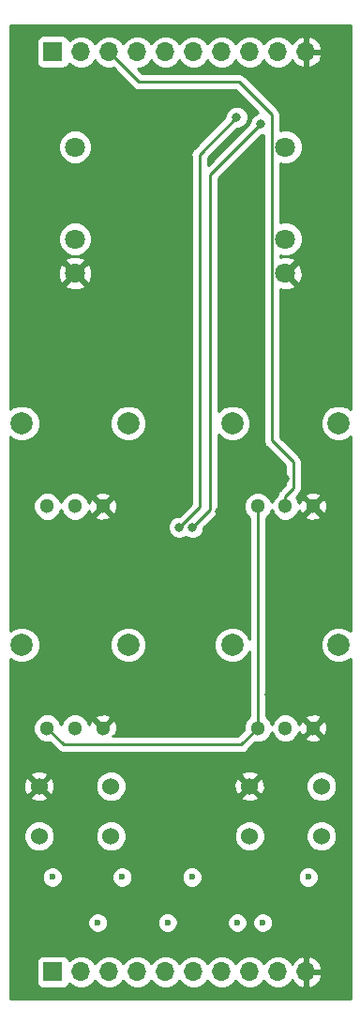
<source format=gbr>
G04 #@! TF.GenerationSoftware,KiCad,Pcbnew,5.0.2+dfsg1-1~bpo9+1*
G04 #@! TF.CreationDate,2019-04-25T12:37:05-07:00*
G04 #@! TF.ProjectId,HW,48572e6b-6963-4616-945f-706362585858,rev?*
G04 #@! TF.SameCoordinates,Original*
G04 #@! TF.FileFunction,Copper,L2,Bot*
G04 #@! TF.FilePolarity,Positive*
%FSLAX46Y46*%
G04 Gerber Fmt 4.6, Leading zero omitted, Abs format (unit mm)*
G04 Created by KiCad (PCBNEW 5.0.2+dfsg1-1~bpo9+1) date Thu 25 Apr 2019 12:37:05 PM PDT*
%MOMM*%
%LPD*%
G01*
G04 APERTURE LIST*
G04 #@! TA.AperFunction,ComponentPad*
%ADD10C,0.600000*%
G04 #@! TD*
G04 #@! TA.AperFunction,ComponentPad*
%ADD11C,1.524000*%
G04 #@! TD*
G04 #@! TA.AperFunction,ComponentPad*
%ADD12O,1.700000X1.700000*%
G04 #@! TD*
G04 #@! TA.AperFunction,ComponentPad*
%ADD13R,1.700000X1.700000*%
G04 #@! TD*
G04 #@! TA.AperFunction,ComponentPad*
%ADD14C,2.000000*%
G04 #@! TD*
G04 #@! TA.AperFunction,ComponentPad*
%ADD15C,1.300000*%
G04 #@! TD*
G04 #@! TA.AperFunction,ComponentPad*
%ADD16C,1.800000*%
G04 #@! TD*
G04 #@! TA.AperFunction,ViaPad*
%ADD17C,0.800000*%
G04 #@! TD*
G04 #@! TA.AperFunction,Conductor*
%ADD18C,0.250000*%
G04 #@! TD*
G04 #@! TA.AperFunction,Conductor*
%ADD19C,0.254000*%
G04 #@! TD*
G04 APERTURE END LIST*
D10*
G04 #@! TO.P,LP4,*
G04 #@! TO.N,*
X121250000Y-137950000D03*
X125350000Y-142050000D03*
G04 #@! TD*
G04 #@! TO.P,LP3,*
G04 #@! TO.N,*
X133950000Y-142050000D03*
X138050000Y-137950000D03*
G04 #@! TD*
G04 #@! TO.P,LP2,*
G04 #@! TO.N,*
X114950000Y-137950000D03*
X119050000Y-142050000D03*
G04 #@! TD*
G04 #@! TO.P,LP1,*
G04 #@! TO.N,*
X127550000Y-137950000D03*
X131650000Y-142050000D03*
G04 #@! TD*
D11*
G04 #@! TO.P,SW1,4*
G04 #@! TO.N,N/C*
X120250000Y-129750000D03*
G04 #@! TO.P,SW1,3*
G04 #@! TO.N,GND*
X113750000Y-129750000D03*
G04 #@! TO.P,SW1,2*
G04 #@! TO.N,/D4*
X120250000Y-134250000D03*
G04 #@! TO.P,SW1,1*
X113750000Y-134250000D03*
G04 #@! TD*
G04 #@! TO.P,SW2,4*
G04 #@! TO.N,N/C*
X139250000Y-129750000D03*
G04 #@! TO.P,SW2,3*
G04 #@! TO.N,GND*
X132750000Y-129750000D03*
G04 #@! TO.P,SW2,2*
G04 #@! TO.N,/D5*
X139250000Y-134250000D03*
G04 #@! TO.P,SW2,1*
X132750000Y-134250000D03*
G04 #@! TD*
D12*
G04 #@! TO.P,J4,10*
G04 #@! TO.N,GND*
X137860000Y-63500000D03*
G04 #@! TO.P,J4,9*
G04 #@! TO.N,/D5*
X135320000Y-63500000D03*
G04 #@! TO.P,J4,8*
G04 #@! TO.N,/D4*
X132780000Y-63500000D03*
G04 #@! TO.P,J4,7*
G04 #@! TO.N,/D3*
X130240000Y-63500000D03*
G04 #@! TO.P,J4,6*
G04 #@! TO.N,Net-(J4-Pad6)*
X127700000Y-63500000D03*
G04 #@! TO.P,J4,5*
G04 #@! TO.N,/POT3*
X125160000Y-63500000D03*
G04 #@! TO.P,J4,4*
G04 #@! TO.N,/POT2*
X122620000Y-63500000D03*
G04 #@! TO.P,J4,3*
G04 #@! TO.N,/POT1*
X120080000Y-63500000D03*
G04 #@! TO.P,J4,2*
G04 #@! TO.N,/POT0*
X117540000Y-63500000D03*
D13*
G04 #@! TO.P,J4,1*
G04 #@! TO.N,+3V3*
X115000000Y-63500000D03*
G04 #@! TD*
D12*
G04 #@! TO.P,J1,10*
G04 #@! TO.N,GND*
X137860000Y-146500000D03*
G04 #@! TO.P,J1,9*
G04 #@! TO.N,/D2*
X135320000Y-146500000D03*
G04 #@! TO.P,J1,8*
G04 #@! TO.N,/D1*
X132780000Y-146500000D03*
G04 #@! TO.P,J1,7*
G04 #@! TO.N,/D0*
X130240000Y-146500000D03*
G04 #@! TO.P,J1,6*
G04 #@! TO.N,/AOUT2*
X127700000Y-146500000D03*
G04 #@! TO.P,J1,5*
G04 #@! TO.N,/AOUT1*
X125160000Y-146500000D03*
G04 #@! TO.P,J1,4*
G04 #@! TO.N,/AOUT0*
X122620000Y-146500000D03*
G04 #@! TO.P,J1,3*
G04 #@! TO.N,/AIN2*
X120080000Y-146500000D03*
G04 #@! TO.P,J1,2*
G04 #@! TO.N,/AIN1*
X117540000Y-146500000D03*
D13*
G04 #@! TO.P,J1,1*
G04 #@! TO.N,/AIN0*
X115000000Y-146500000D03*
G04 #@! TD*
D14*
G04 #@! TO.P,RV4,*
G04 #@! TO.N,*
X140800000Y-117000000D03*
X131200000Y-117000000D03*
D15*
G04 #@! TO.P,RV4,3*
G04 #@! TO.N,GND*
X138500000Y-124500000D03*
G04 #@! TO.P,RV4,2*
G04 #@! TO.N,/POT3*
X136000000Y-124500000D03*
G04 #@! TO.P,RV4,1*
G04 #@! TO.N,+3V3*
X133500000Y-124500000D03*
G04 #@! TD*
D14*
G04 #@! TO.P,RV3,*
G04 #@! TO.N,*
X121800000Y-117000000D03*
X112200000Y-117000000D03*
D15*
G04 #@! TO.P,RV3,3*
G04 #@! TO.N,GND*
X119500000Y-124500000D03*
G04 #@! TO.P,RV3,2*
G04 #@! TO.N,/POT2*
X117000000Y-124500000D03*
G04 #@! TO.P,RV3,1*
G04 #@! TO.N,+3V3*
X114500000Y-124500000D03*
G04 #@! TD*
D14*
G04 #@! TO.P,RV2,*
G04 #@! TO.N,*
X140800000Y-97000000D03*
X131200000Y-97000000D03*
D15*
G04 #@! TO.P,RV2,3*
G04 #@! TO.N,GND*
X138500000Y-104500000D03*
G04 #@! TO.P,RV2,2*
G04 #@! TO.N,/POT1*
X136000000Y-104500000D03*
G04 #@! TO.P,RV2,1*
G04 #@! TO.N,+3V3*
X133500000Y-104500000D03*
G04 #@! TD*
D14*
G04 #@! TO.P,RV1,*
G04 #@! TO.N,*
X121800000Y-97000000D03*
X112200000Y-97000000D03*
D15*
G04 #@! TO.P,RV1,3*
G04 #@! TO.N,GND*
X119500000Y-104500000D03*
G04 #@! TO.P,RV1,2*
G04 #@! TO.N,/POT0*
X117000000Y-104500000D03*
G04 #@! TO.P,RV1,1*
G04 #@! TO.N,+3V3*
X114500000Y-104500000D03*
G04 #@! TD*
D16*
G04 #@! TO.P,J3,3*
G04 #@! TO.N,Net-(J3-Pad3)*
X136000000Y-72080000D03*
G04 #@! TO.P,J3,1*
G04 #@! TO.N,GND*
X136000000Y-83480000D03*
G04 #@! TO.P,J3,2*
G04 #@! TO.N,/AOUT0*
X136000000Y-80380000D03*
G04 #@! TD*
G04 #@! TO.P,J2,3*
G04 #@! TO.N,Net-(J2-Pad3)*
X117000000Y-72080000D03*
G04 #@! TO.P,J2,1*
G04 #@! TO.N,GND*
X117000000Y-83480000D03*
G04 #@! TO.P,J2,2*
G04 #@! TO.N,/AIN0*
X117000000Y-80380000D03*
G04 #@! TD*
D17*
G04 #@! TO.N,GND*
X127500000Y-70500000D03*
X121500000Y-70500000D03*
X116500000Y-87500000D03*
X122000000Y-87500000D03*
X127000000Y-87500000D03*
X118500000Y-101500000D03*
X122000000Y-105000000D03*
X125000000Y-105000000D03*
X130000000Y-105000000D03*
X122000000Y-109500000D03*
X123500000Y-124000000D03*
X118000000Y-129000000D03*
X134500000Y-121500000D03*
X132000000Y-121500000D03*
X136000000Y-102000000D03*
X114500000Y-101500000D03*
X112000000Y-69000000D03*
X115000000Y-68000000D03*
X112000000Y-87500000D03*
X118500000Y-121000000D03*
X114500000Y-121000000D03*
X138000000Y-121500000D03*
X117600000Y-143200000D03*
X126500000Y-142500000D03*
X132000000Y-143500000D03*
X135600000Y-143200000D03*
G04 #@! TO.N,/D5*
X127600000Y-106400000D03*
X133800000Y-70000000D03*
G04 #@! TO.N,/D4*
X126400000Y-106400000D03*
X131600000Y-69400000D03*
G04 #@! TD*
D18*
G04 #@! TO.N,+3V3*
X114500000Y-124500000D02*
X116000000Y-126000000D01*
X132000000Y-126000000D02*
X133500000Y-124500000D01*
X116000000Y-126000000D02*
X132000000Y-126000000D01*
X133500000Y-123580762D02*
X133500000Y-104500000D01*
X133500000Y-124500000D02*
X133500000Y-123580762D01*
G04 #@! TO.N,/POT1*
X136725001Y-102855761D02*
X136725001Y-100525001D01*
X136000000Y-103580762D02*
X136725001Y-102855761D01*
X136000000Y-104500000D02*
X136000000Y-103580762D01*
X134774999Y-98574999D02*
X134774999Y-69174999D01*
X136725001Y-100525001D02*
X134774999Y-98574999D01*
X134774999Y-69174999D02*
X131800000Y-66200000D01*
X122780000Y-66200000D02*
X120080000Y-63500000D01*
X131800000Y-66200000D02*
X122780000Y-66200000D01*
G04 #@! TO.N,/D5*
X129200000Y-104800000D02*
X129200000Y-74600000D01*
X127600000Y-106400000D02*
X129200000Y-104800000D01*
X129200000Y-74600000D02*
X133800000Y-70000000D01*
X133800000Y-70000000D02*
X133800000Y-70000000D01*
G04 #@! TO.N,/D4*
X128225001Y-104574999D02*
X128225001Y-72774999D01*
X126400000Y-106400000D02*
X128225001Y-104574999D01*
X128225001Y-72774999D02*
X131600000Y-69400000D01*
X131600000Y-69400000D02*
X131600000Y-69400000D01*
G04 #@! TD*
D19*
G04 #@! TO.N,GND*
G36*
X141873000Y-95760761D02*
X141726153Y-95613914D01*
X141125222Y-95365000D01*
X140474778Y-95365000D01*
X139873847Y-95613914D01*
X139413914Y-96073847D01*
X139165000Y-96674778D01*
X139165000Y-97325222D01*
X139413914Y-97926153D01*
X139873847Y-98386086D01*
X140474778Y-98635000D01*
X141125222Y-98635000D01*
X141726153Y-98386086D01*
X141873000Y-98239239D01*
X141873000Y-115760761D01*
X141726153Y-115613914D01*
X141125222Y-115365000D01*
X140474778Y-115365000D01*
X139873847Y-115613914D01*
X139413914Y-116073847D01*
X139165000Y-116674778D01*
X139165000Y-117325222D01*
X139413914Y-117926153D01*
X139873847Y-118386086D01*
X140474778Y-118635000D01*
X141125222Y-118635000D01*
X141726153Y-118386086D01*
X141873000Y-118239239D01*
X141873000Y-148873000D01*
X111127000Y-148873000D01*
X111127000Y-145650000D01*
X113502560Y-145650000D01*
X113502560Y-147350000D01*
X113551843Y-147597765D01*
X113692191Y-147807809D01*
X113902235Y-147948157D01*
X114150000Y-147997440D01*
X115850000Y-147997440D01*
X116097765Y-147948157D01*
X116307809Y-147807809D01*
X116448157Y-147597765D01*
X116457184Y-147552381D01*
X116469375Y-147570625D01*
X116960582Y-147898839D01*
X117393744Y-147985000D01*
X117686256Y-147985000D01*
X118119418Y-147898839D01*
X118610625Y-147570625D01*
X118810000Y-147272239D01*
X119009375Y-147570625D01*
X119500582Y-147898839D01*
X119933744Y-147985000D01*
X120226256Y-147985000D01*
X120659418Y-147898839D01*
X121150625Y-147570625D01*
X121350000Y-147272239D01*
X121549375Y-147570625D01*
X122040582Y-147898839D01*
X122473744Y-147985000D01*
X122766256Y-147985000D01*
X123199418Y-147898839D01*
X123690625Y-147570625D01*
X123890000Y-147272239D01*
X124089375Y-147570625D01*
X124580582Y-147898839D01*
X125013744Y-147985000D01*
X125306256Y-147985000D01*
X125739418Y-147898839D01*
X126230625Y-147570625D01*
X126430000Y-147272239D01*
X126629375Y-147570625D01*
X127120582Y-147898839D01*
X127553744Y-147985000D01*
X127846256Y-147985000D01*
X128279418Y-147898839D01*
X128770625Y-147570625D01*
X128970000Y-147272239D01*
X129169375Y-147570625D01*
X129660582Y-147898839D01*
X130093744Y-147985000D01*
X130386256Y-147985000D01*
X130819418Y-147898839D01*
X131310625Y-147570625D01*
X131510000Y-147272239D01*
X131709375Y-147570625D01*
X132200582Y-147898839D01*
X132633744Y-147985000D01*
X132926256Y-147985000D01*
X133359418Y-147898839D01*
X133850625Y-147570625D01*
X134050000Y-147272239D01*
X134249375Y-147570625D01*
X134740582Y-147898839D01*
X135173744Y-147985000D01*
X135466256Y-147985000D01*
X135899418Y-147898839D01*
X136390625Y-147570625D01*
X136603843Y-147251522D01*
X136664817Y-147381358D01*
X137093076Y-147771645D01*
X137503110Y-147941476D01*
X137733000Y-147820155D01*
X137733000Y-146627000D01*
X137987000Y-146627000D01*
X137987000Y-147820155D01*
X138216890Y-147941476D01*
X138626924Y-147771645D01*
X139055183Y-147381358D01*
X139301486Y-146856892D01*
X139180819Y-146627000D01*
X137987000Y-146627000D01*
X137733000Y-146627000D01*
X137713000Y-146627000D01*
X137713000Y-146373000D01*
X137733000Y-146373000D01*
X137733000Y-145179845D01*
X137987000Y-145179845D01*
X137987000Y-146373000D01*
X139180819Y-146373000D01*
X139301486Y-146143108D01*
X139055183Y-145618642D01*
X138626924Y-145228355D01*
X138216890Y-145058524D01*
X137987000Y-145179845D01*
X137733000Y-145179845D01*
X137503110Y-145058524D01*
X137093076Y-145228355D01*
X136664817Y-145618642D01*
X136603843Y-145748478D01*
X136390625Y-145429375D01*
X135899418Y-145101161D01*
X135466256Y-145015000D01*
X135173744Y-145015000D01*
X134740582Y-145101161D01*
X134249375Y-145429375D01*
X134050000Y-145727761D01*
X133850625Y-145429375D01*
X133359418Y-145101161D01*
X132926256Y-145015000D01*
X132633744Y-145015000D01*
X132200582Y-145101161D01*
X131709375Y-145429375D01*
X131510000Y-145727761D01*
X131310625Y-145429375D01*
X130819418Y-145101161D01*
X130386256Y-145015000D01*
X130093744Y-145015000D01*
X129660582Y-145101161D01*
X129169375Y-145429375D01*
X128970000Y-145727761D01*
X128770625Y-145429375D01*
X128279418Y-145101161D01*
X127846256Y-145015000D01*
X127553744Y-145015000D01*
X127120582Y-145101161D01*
X126629375Y-145429375D01*
X126430000Y-145727761D01*
X126230625Y-145429375D01*
X125739418Y-145101161D01*
X125306256Y-145015000D01*
X125013744Y-145015000D01*
X124580582Y-145101161D01*
X124089375Y-145429375D01*
X123890000Y-145727761D01*
X123690625Y-145429375D01*
X123199418Y-145101161D01*
X122766256Y-145015000D01*
X122473744Y-145015000D01*
X122040582Y-145101161D01*
X121549375Y-145429375D01*
X121350000Y-145727761D01*
X121150625Y-145429375D01*
X120659418Y-145101161D01*
X120226256Y-145015000D01*
X119933744Y-145015000D01*
X119500582Y-145101161D01*
X119009375Y-145429375D01*
X118810000Y-145727761D01*
X118610625Y-145429375D01*
X118119418Y-145101161D01*
X117686256Y-145015000D01*
X117393744Y-145015000D01*
X116960582Y-145101161D01*
X116469375Y-145429375D01*
X116457184Y-145447619D01*
X116448157Y-145402235D01*
X116307809Y-145192191D01*
X116097765Y-145051843D01*
X115850000Y-145002560D01*
X114150000Y-145002560D01*
X113902235Y-145051843D01*
X113692191Y-145192191D01*
X113551843Y-145402235D01*
X113502560Y-145650000D01*
X111127000Y-145650000D01*
X111127000Y-141864017D01*
X118115000Y-141864017D01*
X118115000Y-142235983D01*
X118257345Y-142579635D01*
X118520365Y-142842655D01*
X118864017Y-142985000D01*
X119235983Y-142985000D01*
X119579635Y-142842655D01*
X119842655Y-142579635D01*
X119985000Y-142235983D01*
X119985000Y-141864017D01*
X124415000Y-141864017D01*
X124415000Y-142235983D01*
X124557345Y-142579635D01*
X124820365Y-142842655D01*
X125164017Y-142985000D01*
X125535983Y-142985000D01*
X125879635Y-142842655D01*
X126142655Y-142579635D01*
X126285000Y-142235983D01*
X126285000Y-141864017D01*
X130715000Y-141864017D01*
X130715000Y-142235983D01*
X130857345Y-142579635D01*
X131120365Y-142842655D01*
X131464017Y-142985000D01*
X131835983Y-142985000D01*
X132179635Y-142842655D01*
X132442655Y-142579635D01*
X132585000Y-142235983D01*
X132585000Y-141864017D01*
X133015000Y-141864017D01*
X133015000Y-142235983D01*
X133157345Y-142579635D01*
X133420365Y-142842655D01*
X133764017Y-142985000D01*
X134135983Y-142985000D01*
X134479635Y-142842655D01*
X134742655Y-142579635D01*
X134885000Y-142235983D01*
X134885000Y-141864017D01*
X134742655Y-141520365D01*
X134479635Y-141257345D01*
X134135983Y-141115000D01*
X133764017Y-141115000D01*
X133420365Y-141257345D01*
X133157345Y-141520365D01*
X133015000Y-141864017D01*
X132585000Y-141864017D01*
X132442655Y-141520365D01*
X132179635Y-141257345D01*
X131835983Y-141115000D01*
X131464017Y-141115000D01*
X131120365Y-141257345D01*
X130857345Y-141520365D01*
X130715000Y-141864017D01*
X126285000Y-141864017D01*
X126142655Y-141520365D01*
X125879635Y-141257345D01*
X125535983Y-141115000D01*
X125164017Y-141115000D01*
X124820365Y-141257345D01*
X124557345Y-141520365D01*
X124415000Y-141864017D01*
X119985000Y-141864017D01*
X119842655Y-141520365D01*
X119579635Y-141257345D01*
X119235983Y-141115000D01*
X118864017Y-141115000D01*
X118520365Y-141257345D01*
X118257345Y-141520365D01*
X118115000Y-141864017D01*
X111127000Y-141864017D01*
X111127000Y-137764017D01*
X114015000Y-137764017D01*
X114015000Y-138135983D01*
X114157345Y-138479635D01*
X114420365Y-138742655D01*
X114764017Y-138885000D01*
X115135983Y-138885000D01*
X115479635Y-138742655D01*
X115742655Y-138479635D01*
X115885000Y-138135983D01*
X115885000Y-137764017D01*
X120315000Y-137764017D01*
X120315000Y-138135983D01*
X120457345Y-138479635D01*
X120720365Y-138742655D01*
X121064017Y-138885000D01*
X121435983Y-138885000D01*
X121779635Y-138742655D01*
X122042655Y-138479635D01*
X122185000Y-138135983D01*
X122185000Y-137764017D01*
X126615000Y-137764017D01*
X126615000Y-138135983D01*
X126757345Y-138479635D01*
X127020365Y-138742655D01*
X127364017Y-138885000D01*
X127735983Y-138885000D01*
X128079635Y-138742655D01*
X128342655Y-138479635D01*
X128485000Y-138135983D01*
X128485000Y-137764017D01*
X137115000Y-137764017D01*
X137115000Y-138135983D01*
X137257345Y-138479635D01*
X137520365Y-138742655D01*
X137864017Y-138885000D01*
X138235983Y-138885000D01*
X138579635Y-138742655D01*
X138842655Y-138479635D01*
X138985000Y-138135983D01*
X138985000Y-137764017D01*
X138842655Y-137420365D01*
X138579635Y-137157345D01*
X138235983Y-137015000D01*
X137864017Y-137015000D01*
X137520365Y-137157345D01*
X137257345Y-137420365D01*
X137115000Y-137764017D01*
X128485000Y-137764017D01*
X128342655Y-137420365D01*
X128079635Y-137157345D01*
X127735983Y-137015000D01*
X127364017Y-137015000D01*
X127020365Y-137157345D01*
X126757345Y-137420365D01*
X126615000Y-137764017D01*
X122185000Y-137764017D01*
X122042655Y-137420365D01*
X121779635Y-137157345D01*
X121435983Y-137015000D01*
X121064017Y-137015000D01*
X120720365Y-137157345D01*
X120457345Y-137420365D01*
X120315000Y-137764017D01*
X115885000Y-137764017D01*
X115742655Y-137420365D01*
X115479635Y-137157345D01*
X115135983Y-137015000D01*
X114764017Y-137015000D01*
X114420365Y-137157345D01*
X114157345Y-137420365D01*
X114015000Y-137764017D01*
X111127000Y-137764017D01*
X111127000Y-133972119D01*
X112353000Y-133972119D01*
X112353000Y-134527881D01*
X112565680Y-135041337D01*
X112958663Y-135434320D01*
X113472119Y-135647000D01*
X114027881Y-135647000D01*
X114541337Y-135434320D01*
X114934320Y-135041337D01*
X115147000Y-134527881D01*
X115147000Y-133972119D01*
X118853000Y-133972119D01*
X118853000Y-134527881D01*
X119065680Y-135041337D01*
X119458663Y-135434320D01*
X119972119Y-135647000D01*
X120527881Y-135647000D01*
X121041337Y-135434320D01*
X121434320Y-135041337D01*
X121647000Y-134527881D01*
X121647000Y-133972119D01*
X131353000Y-133972119D01*
X131353000Y-134527881D01*
X131565680Y-135041337D01*
X131958663Y-135434320D01*
X132472119Y-135647000D01*
X133027881Y-135647000D01*
X133541337Y-135434320D01*
X133934320Y-135041337D01*
X134147000Y-134527881D01*
X134147000Y-133972119D01*
X137853000Y-133972119D01*
X137853000Y-134527881D01*
X138065680Y-135041337D01*
X138458663Y-135434320D01*
X138972119Y-135647000D01*
X139527881Y-135647000D01*
X140041337Y-135434320D01*
X140434320Y-135041337D01*
X140647000Y-134527881D01*
X140647000Y-133972119D01*
X140434320Y-133458663D01*
X140041337Y-133065680D01*
X139527881Y-132853000D01*
X138972119Y-132853000D01*
X138458663Y-133065680D01*
X138065680Y-133458663D01*
X137853000Y-133972119D01*
X134147000Y-133972119D01*
X133934320Y-133458663D01*
X133541337Y-133065680D01*
X133027881Y-132853000D01*
X132472119Y-132853000D01*
X131958663Y-133065680D01*
X131565680Y-133458663D01*
X131353000Y-133972119D01*
X121647000Y-133972119D01*
X121434320Y-133458663D01*
X121041337Y-133065680D01*
X120527881Y-132853000D01*
X119972119Y-132853000D01*
X119458663Y-133065680D01*
X119065680Y-133458663D01*
X118853000Y-133972119D01*
X115147000Y-133972119D01*
X114934320Y-133458663D01*
X114541337Y-133065680D01*
X114027881Y-132853000D01*
X113472119Y-132853000D01*
X112958663Y-133065680D01*
X112565680Y-133458663D01*
X112353000Y-133972119D01*
X111127000Y-133972119D01*
X111127000Y-130730213D01*
X112949392Y-130730213D01*
X113018857Y-130972397D01*
X113542302Y-131159144D01*
X114097368Y-131131362D01*
X114481143Y-130972397D01*
X114550608Y-130730213D01*
X113750000Y-129929605D01*
X112949392Y-130730213D01*
X111127000Y-130730213D01*
X111127000Y-129542302D01*
X112340856Y-129542302D01*
X112368638Y-130097368D01*
X112527603Y-130481143D01*
X112769787Y-130550608D01*
X113570395Y-129750000D01*
X113929605Y-129750000D01*
X114730213Y-130550608D01*
X114972397Y-130481143D01*
X115159144Y-129957698D01*
X115134840Y-129472119D01*
X118853000Y-129472119D01*
X118853000Y-130027881D01*
X119065680Y-130541337D01*
X119458663Y-130934320D01*
X119972119Y-131147000D01*
X120527881Y-131147000D01*
X121041337Y-130934320D01*
X121245444Y-130730213D01*
X131949392Y-130730213D01*
X132018857Y-130972397D01*
X132542302Y-131159144D01*
X133097368Y-131131362D01*
X133481143Y-130972397D01*
X133550608Y-130730213D01*
X132750000Y-129929605D01*
X131949392Y-130730213D01*
X121245444Y-130730213D01*
X121434320Y-130541337D01*
X121647000Y-130027881D01*
X121647000Y-129542302D01*
X131340856Y-129542302D01*
X131368638Y-130097368D01*
X131527603Y-130481143D01*
X131769787Y-130550608D01*
X132570395Y-129750000D01*
X132929605Y-129750000D01*
X133730213Y-130550608D01*
X133972397Y-130481143D01*
X134159144Y-129957698D01*
X134134840Y-129472119D01*
X137853000Y-129472119D01*
X137853000Y-130027881D01*
X138065680Y-130541337D01*
X138458663Y-130934320D01*
X138972119Y-131147000D01*
X139527881Y-131147000D01*
X140041337Y-130934320D01*
X140434320Y-130541337D01*
X140647000Y-130027881D01*
X140647000Y-129472119D01*
X140434320Y-128958663D01*
X140041337Y-128565680D01*
X139527881Y-128353000D01*
X138972119Y-128353000D01*
X138458663Y-128565680D01*
X138065680Y-128958663D01*
X137853000Y-129472119D01*
X134134840Y-129472119D01*
X134131362Y-129402632D01*
X133972397Y-129018857D01*
X133730213Y-128949392D01*
X132929605Y-129750000D01*
X132570395Y-129750000D01*
X131769787Y-128949392D01*
X131527603Y-129018857D01*
X131340856Y-129542302D01*
X121647000Y-129542302D01*
X121647000Y-129472119D01*
X121434320Y-128958663D01*
X121245444Y-128769787D01*
X131949392Y-128769787D01*
X132750000Y-129570395D01*
X133550608Y-128769787D01*
X133481143Y-128527603D01*
X132957698Y-128340856D01*
X132402632Y-128368638D01*
X132018857Y-128527603D01*
X131949392Y-128769787D01*
X121245444Y-128769787D01*
X121041337Y-128565680D01*
X120527881Y-128353000D01*
X119972119Y-128353000D01*
X119458663Y-128565680D01*
X119065680Y-128958663D01*
X118853000Y-129472119D01*
X115134840Y-129472119D01*
X115131362Y-129402632D01*
X114972397Y-129018857D01*
X114730213Y-128949392D01*
X113929605Y-129750000D01*
X113570395Y-129750000D01*
X112769787Y-128949392D01*
X112527603Y-129018857D01*
X112340856Y-129542302D01*
X111127000Y-129542302D01*
X111127000Y-128769787D01*
X112949392Y-128769787D01*
X113750000Y-129570395D01*
X114550608Y-128769787D01*
X114481143Y-128527603D01*
X113957698Y-128340856D01*
X113402632Y-128368638D01*
X113018857Y-128527603D01*
X112949392Y-128769787D01*
X111127000Y-128769787D01*
X111127000Y-124244398D01*
X113215000Y-124244398D01*
X113215000Y-124755602D01*
X113410629Y-125227894D01*
X113772106Y-125589371D01*
X114244398Y-125785000D01*
X114710198Y-125785000D01*
X115409673Y-126484476D01*
X115452071Y-126547929D01*
X115515524Y-126590327D01*
X115515526Y-126590329D01*
X115640902Y-126674102D01*
X115703463Y-126715904D01*
X115925148Y-126760000D01*
X115925152Y-126760000D01*
X115999999Y-126774888D01*
X116074846Y-126760000D01*
X131925153Y-126760000D01*
X132000000Y-126774888D01*
X132074847Y-126760000D01*
X132074852Y-126760000D01*
X132296537Y-126715904D01*
X132547929Y-126547929D01*
X132590331Y-126484470D01*
X133289802Y-125785000D01*
X133755602Y-125785000D01*
X134227894Y-125589371D01*
X134589371Y-125227894D01*
X134750000Y-124840100D01*
X134910629Y-125227894D01*
X135272106Y-125589371D01*
X135744398Y-125785000D01*
X136255602Y-125785000D01*
X136727894Y-125589371D01*
X136918249Y-125399016D01*
X137780590Y-125399016D01*
X137836271Y-125629611D01*
X138319078Y-125797622D01*
X138829428Y-125768083D01*
X139163729Y-125629611D01*
X139219410Y-125399016D01*
X138500000Y-124679605D01*
X137780590Y-125399016D01*
X136918249Y-125399016D01*
X137089371Y-125227894D01*
X137243169Y-124856592D01*
X137370389Y-125163729D01*
X137600984Y-125219410D01*
X138320395Y-124500000D01*
X138679605Y-124500000D01*
X139399016Y-125219410D01*
X139629611Y-125163729D01*
X139797622Y-124680922D01*
X139768083Y-124170572D01*
X139629611Y-123836271D01*
X139399016Y-123780590D01*
X138679605Y-124500000D01*
X138320395Y-124500000D01*
X137600984Y-123780590D01*
X137370389Y-123836271D01*
X137254223Y-124170094D01*
X137089371Y-123772106D01*
X136918249Y-123600984D01*
X137780590Y-123600984D01*
X138500000Y-124320395D01*
X139219410Y-123600984D01*
X139163729Y-123370389D01*
X138680922Y-123202378D01*
X138170572Y-123231917D01*
X137836271Y-123370389D01*
X137780590Y-123600984D01*
X136918249Y-123600984D01*
X136727894Y-123410629D01*
X136255602Y-123215000D01*
X135744398Y-123215000D01*
X135272106Y-123410629D01*
X134910629Y-123772106D01*
X134750000Y-124159900D01*
X134589371Y-123772106D01*
X134260000Y-123442735D01*
X134260000Y-105557265D01*
X134589371Y-105227894D01*
X134750000Y-104840100D01*
X134910629Y-105227894D01*
X135272106Y-105589371D01*
X135744398Y-105785000D01*
X136255602Y-105785000D01*
X136727894Y-105589371D01*
X136918249Y-105399016D01*
X137780590Y-105399016D01*
X137836271Y-105629611D01*
X138319078Y-105797622D01*
X138829428Y-105768083D01*
X139163729Y-105629611D01*
X139219410Y-105399016D01*
X138500000Y-104679605D01*
X137780590Y-105399016D01*
X136918249Y-105399016D01*
X137089371Y-105227894D01*
X137243169Y-104856592D01*
X137370389Y-105163729D01*
X137600984Y-105219410D01*
X138320395Y-104500000D01*
X138679605Y-104500000D01*
X139399016Y-105219410D01*
X139629611Y-105163729D01*
X139797622Y-104680922D01*
X139768083Y-104170572D01*
X139629611Y-103836271D01*
X139399016Y-103780590D01*
X138679605Y-104500000D01*
X138320395Y-104500000D01*
X137600984Y-103780590D01*
X137370389Y-103836271D01*
X137254223Y-104170094D01*
X137089371Y-103772106D01*
X136986414Y-103669149D01*
X137054579Y-103600984D01*
X137780590Y-103600984D01*
X138500000Y-104320395D01*
X139219410Y-103600984D01*
X139163729Y-103370389D01*
X138680922Y-103202378D01*
X138170572Y-103231917D01*
X137836271Y-103370389D01*
X137780590Y-103600984D01*
X137054579Y-103600984D01*
X137209474Y-103446090D01*
X137272930Y-103403690D01*
X137440905Y-103152298D01*
X137485001Y-102930613D01*
X137485001Y-102930609D01*
X137499889Y-102855762D01*
X137485001Y-102780915D01*
X137485001Y-100599847D01*
X137499889Y-100525000D01*
X137485001Y-100450153D01*
X137485001Y-100450149D01*
X137440905Y-100228464D01*
X137272930Y-99977072D01*
X137209474Y-99934672D01*
X135534999Y-98260198D01*
X135534999Y-84944382D01*
X135759336Y-85026458D01*
X136369460Y-85000839D01*
X136814148Y-84816643D01*
X136900554Y-84560159D01*
X136000000Y-83659605D01*
X135985858Y-83673748D01*
X135806253Y-83494143D01*
X135820395Y-83480000D01*
X136179605Y-83480000D01*
X137080159Y-84380554D01*
X137336643Y-84294148D01*
X137546458Y-83720664D01*
X137520839Y-83110540D01*
X137336643Y-82665852D01*
X137080159Y-82579446D01*
X136179605Y-83480000D01*
X135820395Y-83480000D01*
X135806253Y-83465858D01*
X135985858Y-83286253D01*
X136000000Y-83300395D01*
X136900554Y-82399841D01*
X136814148Y-82143357D01*
X136240664Y-81933542D01*
X135630540Y-81959161D01*
X135534999Y-81998735D01*
X135534999Y-81848862D01*
X135694670Y-81915000D01*
X136305330Y-81915000D01*
X136869507Y-81681310D01*
X137301310Y-81249507D01*
X137535000Y-80685330D01*
X137535000Y-80074670D01*
X137301310Y-79510493D01*
X136869507Y-79078690D01*
X136305330Y-78845000D01*
X135694670Y-78845000D01*
X135534999Y-78911138D01*
X135534999Y-73548862D01*
X135694670Y-73615000D01*
X136305330Y-73615000D01*
X136869507Y-73381310D01*
X137301310Y-72949507D01*
X137535000Y-72385330D01*
X137535000Y-71774670D01*
X137301310Y-71210493D01*
X136869507Y-70778690D01*
X136305330Y-70545000D01*
X135694670Y-70545000D01*
X135534999Y-70611138D01*
X135534999Y-69249846D01*
X135549887Y-69174999D01*
X135534999Y-69100152D01*
X135534999Y-69100147D01*
X135490903Y-68878462D01*
X135322928Y-68627070D01*
X135259472Y-68584670D01*
X132390331Y-65715530D01*
X132347929Y-65652071D01*
X132096537Y-65484096D01*
X131874852Y-65440000D01*
X131874847Y-65440000D01*
X131800000Y-65425112D01*
X131725153Y-65440000D01*
X123094802Y-65440000D01*
X122639802Y-64985000D01*
X122766256Y-64985000D01*
X123199418Y-64898839D01*
X123690625Y-64570625D01*
X123890000Y-64272239D01*
X124089375Y-64570625D01*
X124580582Y-64898839D01*
X125013744Y-64985000D01*
X125306256Y-64985000D01*
X125739418Y-64898839D01*
X126230625Y-64570625D01*
X126430000Y-64272239D01*
X126629375Y-64570625D01*
X127120582Y-64898839D01*
X127553744Y-64985000D01*
X127846256Y-64985000D01*
X128279418Y-64898839D01*
X128770625Y-64570625D01*
X128970000Y-64272239D01*
X129169375Y-64570625D01*
X129660582Y-64898839D01*
X130093744Y-64985000D01*
X130386256Y-64985000D01*
X130819418Y-64898839D01*
X131310625Y-64570625D01*
X131510000Y-64272239D01*
X131709375Y-64570625D01*
X132200582Y-64898839D01*
X132633744Y-64985000D01*
X132926256Y-64985000D01*
X133359418Y-64898839D01*
X133850625Y-64570625D01*
X134050000Y-64272239D01*
X134249375Y-64570625D01*
X134740582Y-64898839D01*
X135173744Y-64985000D01*
X135466256Y-64985000D01*
X135899418Y-64898839D01*
X136390625Y-64570625D01*
X136603843Y-64251522D01*
X136664817Y-64381358D01*
X137093076Y-64771645D01*
X137503110Y-64941476D01*
X137733000Y-64820155D01*
X137733000Y-63627000D01*
X137987000Y-63627000D01*
X137987000Y-64820155D01*
X138216890Y-64941476D01*
X138626924Y-64771645D01*
X139055183Y-64381358D01*
X139301486Y-63856892D01*
X139180819Y-63627000D01*
X137987000Y-63627000D01*
X137733000Y-63627000D01*
X137713000Y-63627000D01*
X137713000Y-63373000D01*
X137733000Y-63373000D01*
X137733000Y-62179845D01*
X137987000Y-62179845D01*
X137987000Y-63373000D01*
X139180819Y-63373000D01*
X139301486Y-63143108D01*
X139055183Y-62618642D01*
X138626924Y-62228355D01*
X138216890Y-62058524D01*
X137987000Y-62179845D01*
X137733000Y-62179845D01*
X137503110Y-62058524D01*
X137093076Y-62228355D01*
X136664817Y-62618642D01*
X136603843Y-62748478D01*
X136390625Y-62429375D01*
X135899418Y-62101161D01*
X135466256Y-62015000D01*
X135173744Y-62015000D01*
X134740582Y-62101161D01*
X134249375Y-62429375D01*
X134050000Y-62727761D01*
X133850625Y-62429375D01*
X133359418Y-62101161D01*
X132926256Y-62015000D01*
X132633744Y-62015000D01*
X132200582Y-62101161D01*
X131709375Y-62429375D01*
X131510000Y-62727761D01*
X131310625Y-62429375D01*
X130819418Y-62101161D01*
X130386256Y-62015000D01*
X130093744Y-62015000D01*
X129660582Y-62101161D01*
X129169375Y-62429375D01*
X128970000Y-62727761D01*
X128770625Y-62429375D01*
X128279418Y-62101161D01*
X127846256Y-62015000D01*
X127553744Y-62015000D01*
X127120582Y-62101161D01*
X126629375Y-62429375D01*
X126430000Y-62727761D01*
X126230625Y-62429375D01*
X125739418Y-62101161D01*
X125306256Y-62015000D01*
X125013744Y-62015000D01*
X124580582Y-62101161D01*
X124089375Y-62429375D01*
X123890000Y-62727761D01*
X123690625Y-62429375D01*
X123199418Y-62101161D01*
X122766256Y-62015000D01*
X122473744Y-62015000D01*
X122040582Y-62101161D01*
X121549375Y-62429375D01*
X121350000Y-62727761D01*
X121150625Y-62429375D01*
X120659418Y-62101161D01*
X120226256Y-62015000D01*
X119933744Y-62015000D01*
X119500582Y-62101161D01*
X119009375Y-62429375D01*
X118810000Y-62727761D01*
X118610625Y-62429375D01*
X118119418Y-62101161D01*
X117686256Y-62015000D01*
X117393744Y-62015000D01*
X116960582Y-62101161D01*
X116469375Y-62429375D01*
X116457184Y-62447619D01*
X116448157Y-62402235D01*
X116307809Y-62192191D01*
X116097765Y-62051843D01*
X115850000Y-62002560D01*
X114150000Y-62002560D01*
X113902235Y-62051843D01*
X113692191Y-62192191D01*
X113551843Y-62402235D01*
X113502560Y-62650000D01*
X113502560Y-64350000D01*
X113551843Y-64597765D01*
X113692191Y-64807809D01*
X113902235Y-64948157D01*
X114150000Y-64997440D01*
X115850000Y-64997440D01*
X116097765Y-64948157D01*
X116307809Y-64807809D01*
X116448157Y-64597765D01*
X116457184Y-64552381D01*
X116469375Y-64570625D01*
X116960582Y-64898839D01*
X117393744Y-64985000D01*
X117686256Y-64985000D01*
X118119418Y-64898839D01*
X118610625Y-64570625D01*
X118810000Y-64272239D01*
X119009375Y-64570625D01*
X119500582Y-64898839D01*
X119933744Y-64985000D01*
X120226256Y-64985000D01*
X120446408Y-64941209D01*
X122189670Y-66684472D01*
X122232071Y-66747929D01*
X122483463Y-66915904D01*
X122705148Y-66960000D01*
X122705152Y-66960000D01*
X122780000Y-66974888D01*
X122854848Y-66960000D01*
X131485199Y-66960000D01*
X133520638Y-68995440D01*
X133213720Y-69122569D01*
X132922569Y-69413720D01*
X132765000Y-69794126D01*
X132765000Y-69960197D01*
X128985001Y-73740198D01*
X128985001Y-73089800D01*
X131639803Y-70435000D01*
X131805874Y-70435000D01*
X132186280Y-70277431D01*
X132477431Y-69986280D01*
X132635000Y-69605874D01*
X132635000Y-69194126D01*
X132477431Y-68813720D01*
X132186280Y-68522569D01*
X131805874Y-68365000D01*
X131394126Y-68365000D01*
X131013720Y-68522569D01*
X130722569Y-68813720D01*
X130565000Y-69194126D01*
X130565000Y-69360197D01*
X127740529Y-72184670D01*
X127677073Y-72227070D01*
X127634673Y-72290526D01*
X127634672Y-72290527D01*
X127509098Y-72478462D01*
X127450113Y-72774999D01*
X127465002Y-72849851D01*
X127465001Y-104260197D01*
X126360199Y-105365000D01*
X126194126Y-105365000D01*
X125813720Y-105522569D01*
X125522569Y-105813720D01*
X125365000Y-106194126D01*
X125365000Y-106605874D01*
X125522569Y-106986280D01*
X125813720Y-107277431D01*
X126194126Y-107435000D01*
X126605874Y-107435000D01*
X126986280Y-107277431D01*
X127000000Y-107263711D01*
X127013720Y-107277431D01*
X127394126Y-107435000D01*
X127805874Y-107435000D01*
X128186280Y-107277431D01*
X128477431Y-106986280D01*
X128635000Y-106605874D01*
X128635000Y-106439801D01*
X129684473Y-105390329D01*
X129747929Y-105347929D01*
X129833803Y-105219410D01*
X129915904Y-105096538D01*
X129925573Y-105047929D01*
X129960000Y-104874852D01*
X129960000Y-104874848D01*
X129974888Y-104800000D01*
X129960000Y-104725152D01*
X129960000Y-98072239D01*
X130273847Y-98386086D01*
X130874778Y-98635000D01*
X131525222Y-98635000D01*
X132126153Y-98386086D01*
X132586086Y-97926153D01*
X132835000Y-97325222D01*
X132835000Y-96674778D01*
X132586086Y-96073847D01*
X132126153Y-95613914D01*
X131525222Y-95365000D01*
X130874778Y-95365000D01*
X130273847Y-95613914D01*
X129960000Y-95927761D01*
X129960000Y-74914801D01*
X133839803Y-71035000D01*
X134005874Y-71035000D01*
X134015000Y-71031220D01*
X134014999Y-98500152D01*
X134000111Y-98574999D01*
X134014999Y-98649846D01*
X134014999Y-98649850D01*
X134059095Y-98871535D01*
X134227070Y-99122928D01*
X134290529Y-99165330D01*
X135965002Y-100839804D01*
X135965001Y-102540959D01*
X135515528Y-102990433D01*
X135452072Y-103032833D01*
X135409672Y-103096289D01*
X135409671Y-103096290D01*
X135284097Y-103284225D01*
X135255688Y-103427047D01*
X134910629Y-103772106D01*
X134750000Y-104159900D01*
X134589371Y-103772106D01*
X134227894Y-103410629D01*
X133755602Y-103215000D01*
X133244398Y-103215000D01*
X132772106Y-103410629D01*
X132410629Y-103772106D01*
X132215000Y-104244398D01*
X132215000Y-104755602D01*
X132410629Y-105227894D01*
X132740001Y-105557266D01*
X132740000Y-116445429D01*
X132586086Y-116073847D01*
X132126153Y-115613914D01*
X131525222Y-115365000D01*
X130874778Y-115365000D01*
X130273847Y-115613914D01*
X129813914Y-116073847D01*
X129565000Y-116674778D01*
X129565000Y-117325222D01*
X129813914Y-117926153D01*
X130273847Y-118386086D01*
X130874778Y-118635000D01*
X131525222Y-118635000D01*
X132126153Y-118386086D01*
X132586086Y-117926153D01*
X132740000Y-117554571D01*
X132740000Y-123442735D01*
X132410629Y-123772106D01*
X132215000Y-124244398D01*
X132215000Y-124710198D01*
X131685199Y-125240000D01*
X120419608Y-125240000D01*
X120399018Y-125219410D01*
X120629611Y-125163729D01*
X120797622Y-124680922D01*
X120768083Y-124170572D01*
X120629611Y-123836271D01*
X120399016Y-123780590D01*
X119679605Y-124500000D01*
X119693748Y-124514142D01*
X119514142Y-124693748D01*
X119500000Y-124679605D01*
X119485858Y-124693748D01*
X119306252Y-124514142D01*
X119320395Y-124500000D01*
X118600984Y-123780590D01*
X118370389Y-123836271D01*
X118254223Y-124170094D01*
X118089371Y-123772106D01*
X117918249Y-123600984D01*
X118780590Y-123600984D01*
X119500000Y-124320395D01*
X120219410Y-123600984D01*
X120163729Y-123370389D01*
X119680922Y-123202378D01*
X119170572Y-123231917D01*
X118836271Y-123370389D01*
X118780590Y-123600984D01*
X117918249Y-123600984D01*
X117727894Y-123410629D01*
X117255602Y-123215000D01*
X116744398Y-123215000D01*
X116272106Y-123410629D01*
X115910629Y-123772106D01*
X115750000Y-124159900D01*
X115589371Y-123772106D01*
X115227894Y-123410629D01*
X114755602Y-123215000D01*
X114244398Y-123215000D01*
X113772106Y-123410629D01*
X113410629Y-123772106D01*
X113215000Y-124244398D01*
X111127000Y-124244398D01*
X111127000Y-118239239D01*
X111273847Y-118386086D01*
X111874778Y-118635000D01*
X112525222Y-118635000D01*
X113126153Y-118386086D01*
X113586086Y-117926153D01*
X113835000Y-117325222D01*
X113835000Y-116674778D01*
X120165000Y-116674778D01*
X120165000Y-117325222D01*
X120413914Y-117926153D01*
X120873847Y-118386086D01*
X121474778Y-118635000D01*
X122125222Y-118635000D01*
X122726153Y-118386086D01*
X123186086Y-117926153D01*
X123435000Y-117325222D01*
X123435000Y-116674778D01*
X123186086Y-116073847D01*
X122726153Y-115613914D01*
X122125222Y-115365000D01*
X121474778Y-115365000D01*
X120873847Y-115613914D01*
X120413914Y-116073847D01*
X120165000Y-116674778D01*
X113835000Y-116674778D01*
X113586086Y-116073847D01*
X113126153Y-115613914D01*
X112525222Y-115365000D01*
X111874778Y-115365000D01*
X111273847Y-115613914D01*
X111127000Y-115760761D01*
X111127000Y-104244398D01*
X113215000Y-104244398D01*
X113215000Y-104755602D01*
X113410629Y-105227894D01*
X113772106Y-105589371D01*
X114244398Y-105785000D01*
X114755602Y-105785000D01*
X115227894Y-105589371D01*
X115589371Y-105227894D01*
X115750000Y-104840100D01*
X115910629Y-105227894D01*
X116272106Y-105589371D01*
X116744398Y-105785000D01*
X117255602Y-105785000D01*
X117727894Y-105589371D01*
X117918249Y-105399016D01*
X118780590Y-105399016D01*
X118836271Y-105629611D01*
X119319078Y-105797622D01*
X119829428Y-105768083D01*
X120163729Y-105629611D01*
X120219410Y-105399016D01*
X119500000Y-104679605D01*
X118780590Y-105399016D01*
X117918249Y-105399016D01*
X118089371Y-105227894D01*
X118243169Y-104856592D01*
X118370389Y-105163729D01*
X118600984Y-105219410D01*
X119320395Y-104500000D01*
X119679605Y-104500000D01*
X120399016Y-105219410D01*
X120629611Y-105163729D01*
X120797622Y-104680922D01*
X120768083Y-104170572D01*
X120629611Y-103836271D01*
X120399016Y-103780590D01*
X119679605Y-104500000D01*
X119320395Y-104500000D01*
X118600984Y-103780590D01*
X118370389Y-103836271D01*
X118254223Y-104170094D01*
X118089371Y-103772106D01*
X117918249Y-103600984D01*
X118780590Y-103600984D01*
X119500000Y-104320395D01*
X120219410Y-103600984D01*
X120163729Y-103370389D01*
X119680922Y-103202378D01*
X119170572Y-103231917D01*
X118836271Y-103370389D01*
X118780590Y-103600984D01*
X117918249Y-103600984D01*
X117727894Y-103410629D01*
X117255602Y-103215000D01*
X116744398Y-103215000D01*
X116272106Y-103410629D01*
X115910629Y-103772106D01*
X115750000Y-104159900D01*
X115589371Y-103772106D01*
X115227894Y-103410629D01*
X114755602Y-103215000D01*
X114244398Y-103215000D01*
X113772106Y-103410629D01*
X113410629Y-103772106D01*
X113215000Y-104244398D01*
X111127000Y-104244398D01*
X111127000Y-98239239D01*
X111273847Y-98386086D01*
X111874778Y-98635000D01*
X112525222Y-98635000D01*
X113126153Y-98386086D01*
X113586086Y-97926153D01*
X113835000Y-97325222D01*
X113835000Y-96674778D01*
X120165000Y-96674778D01*
X120165000Y-97325222D01*
X120413914Y-97926153D01*
X120873847Y-98386086D01*
X121474778Y-98635000D01*
X122125222Y-98635000D01*
X122726153Y-98386086D01*
X123186086Y-97926153D01*
X123435000Y-97325222D01*
X123435000Y-96674778D01*
X123186086Y-96073847D01*
X122726153Y-95613914D01*
X122125222Y-95365000D01*
X121474778Y-95365000D01*
X120873847Y-95613914D01*
X120413914Y-96073847D01*
X120165000Y-96674778D01*
X113835000Y-96674778D01*
X113586086Y-96073847D01*
X113126153Y-95613914D01*
X112525222Y-95365000D01*
X111874778Y-95365000D01*
X111273847Y-95613914D01*
X111127000Y-95760761D01*
X111127000Y-84560159D01*
X116099446Y-84560159D01*
X116185852Y-84816643D01*
X116759336Y-85026458D01*
X117369460Y-85000839D01*
X117814148Y-84816643D01*
X117900554Y-84560159D01*
X117000000Y-83659605D01*
X116099446Y-84560159D01*
X111127000Y-84560159D01*
X111127000Y-83239336D01*
X115453542Y-83239336D01*
X115479161Y-83849460D01*
X115663357Y-84294148D01*
X115919841Y-84380554D01*
X116820395Y-83480000D01*
X117179605Y-83480000D01*
X118080159Y-84380554D01*
X118336643Y-84294148D01*
X118546458Y-83720664D01*
X118520839Y-83110540D01*
X118336643Y-82665852D01*
X118080159Y-82579446D01*
X117179605Y-83480000D01*
X116820395Y-83480000D01*
X115919841Y-82579446D01*
X115663357Y-82665852D01*
X115453542Y-83239336D01*
X111127000Y-83239336D01*
X111127000Y-82399841D01*
X116099446Y-82399841D01*
X117000000Y-83300395D01*
X117900554Y-82399841D01*
X117814148Y-82143357D01*
X117240664Y-81933542D01*
X116630540Y-81959161D01*
X116185852Y-82143357D01*
X116099446Y-82399841D01*
X111127000Y-82399841D01*
X111127000Y-80074670D01*
X115465000Y-80074670D01*
X115465000Y-80685330D01*
X115698690Y-81249507D01*
X116130493Y-81681310D01*
X116694670Y-81915000D01*
X117305330Y-81915000D01*
X117869507Y-81681310D01*
X118301310Y-81249507D01*
X118535000Y-80685330D01*
X118535000Y-80074670D01*
X118301310Y-79510493D01*
X117869507Y-79078690D01*
X117305330Y-78845000D01*
X116694670Y-78845000D01*
X116130493Y-79078690D01*
X115698690Y-79510493D01*
X115465000Y-80074670D01*
X111127000Y-80074670D01*
X111127000Y-71774670D01*
X115465000Y-71774670D01*
X115465000Y-72385330D01*
X115698690Y-72949507D01*
X116130493Y-73381310D01*
X116694670Y-73615000D01*
X117305330Y-73615000D01*
X117869507Y-73381310D01*
X118301310Y-72949507D01*
X118535000Y-72385330D01*
X118535000Y-71774670D01*
X118301310Y-71210493D01*
X117869507Y-70778690D01*
X117305330Y-70545000D01*
X116694670Y-70545000D01*
X116130493Y-70778690D01*
X115698690Y-71210493D01*
X115465000Y-71774670D01*
X111127000Y-71774670D01*
X111127000Y-61127000D01*
X141873000Y-61127000D01*
X141873000Y-95760761D01*
X141873000Y-95760761D01*
G37*
X141873000Y-95760761D02*
X141726153Y-95613914D01*
X141125222Y-95365000D01*
X140474778Y-95365000D01*
X139873847Y-95613914D01*
X139413914Y-96073847D01*
X139165000Y-96674778D01*
X139165000Y-97325222D01*
X139413914Y-97926153D01*
X139873847Y-98386086D01*
X140474778Y-98635000D01*
X141125222Y-98635000D01*
X141726153Y-98386086D01*
X141873000Y-98239239D01*
X141873000Y-115760761D01*
X141726153Y-115613914D01*
X141125222Y-115365000D01*
X140474778Y-115365000D01*
X139873847Y-115613914D01*
X139413914Y-116073847D01*
X139165000Y-116674778D01*
X139165000Y-117325222D01*
X139413914Y-117926153D01*
X139873847Y-118386086D01*
X140474778Y-118635000D01*
X141125222Y-118635000D01*
X141726153Y-118386086D01*
X141873000Y-118239239D01*
X141873000Y-148873000D01*
X111127000Y-148873000D01*
X111127000Y-145650000D01*
X113502560Y-145650000D01*
X113502560Y-147350000D01*
X113551843Y-147597765D01*
X113692191Y-147807809D01*
X113902235Y-147948157D01*
X114150000Y-147997440D01*
X115850000Y-147997440D01*
X116097765Y-147948157D01*
X116307809Y-147807809D01*
X116448157Y-147597765D01*
X116457184Y-147552381D01*
X116469375Y-147570625D01*
X116960582Y-147898839D01*
X117393744Y-147985000D01*
X117686256Y-147985000D01*
X118119418Y-147898839D01*
X118610625Y-147570625D01*
X118810000Y-147272239D01*
X119009375Y-147570625D01*
X119500582Y-147898839D01*
X119933744Y-147985000D01*
X120226256Y-147985000D01*
X120659418Y-147898839D01*
X121150625Y-147570625D01*
X121350000Y-147272239D01*
X121549375Y-147570625D01*
X122040582Y-147898839D01*
X122473744Y-147985000D01*
X122766256Y-147985000D01*
X123199418Y-147898839D01*
X123690625Y-147570625D01*
X123890000Y-147272239D01*
X124089375Y-147570625D01*
X124580582Y-147898839D01*
X125013744Y-147985000D01*
X125306256Y-147985000D01*
X125739418Y-147898839D01*
X126230625Y-147570625D01*
X126430000Y-147272239D01*
X126629375Y-147570625D01*
X127120582Y-147898839D01*
X127553744Y-147985000D01*
X127846256Y-147985000D01*
X128279418Y-147898839D01*
X128770625Y-147570625D01*
X128970000Y-147272239D01*
X129169375Y-147570625D01*
X129660582Y-147898839D01*
X130093744Y-147985000D01*
X130386256Y-147985000D01*
X130819418Y-147898839D01*
X131310625Y-147570625D01*
X131510000Y-147272239D01*
X131709375Y-147570625D01*
X132200582Y-147898839D01*
X132633744Y-147985000D01*
X132926256Y-147985000D01*
X133359418Y-147898839D01*
X133850625Y-147570625D01*
X134050000Y-147272239D01*
X134249375Y-147570625D01*
X134740582Y-147898839D01*
X135173744Y-147985000D01*
X135466256Y-147985000D01*
X135899418Y-147898839D01*
X136390625Y-147570625D01*
X136603843Y-147251522D01*
X136664817Y-147381358D01*
X137093076Y-147771645D01*
X137503110Y-147941476D01*
X137733000Y-147820155D01*
X137733000Y-146627000D01*
X137987000Y-146627000D01*
X137987000Y-147820155D01*
X138216890Y-147941476D01*
X138626924Y-147771645D01*
X139055183Y-147381358D01*
X139301486Y-146856892D01*
X139180819Y-146627000D01*
X137987000Y-146627000D01*
X137733000Y-146627000D01*
X137713000Y-146627000D01*
X137713000Y-146373000D01*
X137733000Y-146373000D01*
X137733000Y-145179845D01*
X137987000Y-145179845D01*
X137987000Y-146373000D01*
X139180819Y-146373000D01*
X139301486Y-146143108D01*
X139055183Y-145618642D01*
X138626924Y-145228355D01*
X138216890Y-145058524D01*
X137987000Y-145179845D01*
X137733000Y-145179845D01*
X137503110Y-145058524D01*
X137093076Y-145228355D01*
X136664817Y-145618642D01*
X136603843Y-145748478D01*
X136390625Y-145429375D01*
X135899418Y-145101161D01*
X135466256Y-145015000D01*
X135173744Y-145015000D01*
X134740582Y-145101161D01*
X134249375Y-145429375D01*
X134050000Y-145727761D01*
X133850625Y-145429375D01*
X133359418Y-145101161D01*
X132926256Y-145015000D01*
X132633744Y-145015000D01*
X132200582Y-145101161D01*
X131709375Y-145429375D01*
X131510000Y-145727761D01*
X131310625Y-145429375D01*
X130819418Y-145101161D01*
X130386256Y-145015000D01*
X130093744Y-145015000D01*
X129660582Y-145101161D01*
X129169375Y-145429375D01*
X128970000Y-145727761D01*
X128770625Y-145429375D01*
X128279418Y-145101161D01*
X127846256Y-145015000D01*
X127553744Y-145015000D01*
X127120582Y-145101161D01*
X126629375Y-145429375D01*
X126430000Y-145727761D01*
X126230625Y-145429375D01*
X125739418Y-145101161D01*
X125306256Y-145015000D01*
X125013744Y-145015000D01*
X124580582Y-145101161D01*
X124089375Y-145429375D01*
X123890000Y-145727761D01*
X123690625Y-145429375D01*
X123199418Y-145101161D01*
X122766256Y-145015000D01*
X122473744Y-145015000D01*
X122040582Y-145101161D01*
X121549375Y-145429375D01*
X121350000Y-145727761D01*
X121150625Y-145429375D01*
X120659418Y-145101161D01*
X120226256Y-145015000D01*
X119933744Y-145015000D01*
X119500582Y-145101161D01*
X119009375Y-145429375D01*
X118810000Y-145727761D01*
X118610625Y-145429375D01*
X118119418Y-145101161D01*
X117686256Y-145015000D01*
X117393744Y-145015000D01*
X116960582Y-145101161D01*
X116469375Y-145429375D01*
X116457184Y-145447619D01*
X116448157Y-145402235D01*
X116307809Y-145192191D01*
X116097765Y-145051843D01*
X115850000Y-145002560D01*
X114150000Y-145002560D01*
X113902235Y-145051843D01*
X113692191Y-145192191D01*
X113551843Y-145402235D01*
X113502560Y-145650000D01*
X111127000Y-145650000D01*
X111127000Y-141864017D01*
X118115000Y-141864017D01*
X118115000Y-142235983D01*
X118257345Y-142579635D01*
X118520365Y-142842655D01*
X118864017Y-142985000D01*
X119235983Y-142985000D01*
X119579635Y-142842655D01*
X119842655Y-142579635D01*
X119985000Y-142235983D01*
X119985000Y-141864017D01*
X124415000Y-141864017D01*
X124415000Y-142235983D01*
X124557345Y-142579635D01*
X124820365Y-142842655D01*
X125164017Y-142985000D01*
X125535983Y-142985000D01*
X125879635Y-142842655D01*
X126142655Y-142579635D01*
X126285000Y-142235983D01*
X126285000Y-141864017D01*
X130715000Y-141864017D01*
X130715000Y-142235983D01*
X130857345Y-142579635D01*
X131120365Y-142842655D01*
X131464017Y-142985000D01*
X131835983Y-142985000D01*
X132179635Y-142842655D01*
X132442655Y-142579635D01*
X132585000Y-142235983D01*
X132585000Y-141864017D01*
X133015000Y-141864017D01*
X133015000Y-142235983D01*
X133157345Y-142579635D01*
X133420365Y-142842655D01*
X133764017Y-142985000D01*
X134135983Y-142985000D01*
X134479635Y-142842655D01*
X134742655Y-142579635D01*
X134885000Y-142235983D01*
X134885000Y-141864017D01*
X134742655Y-141520365D01*
X134479635Y-141257345D01*
X134135983Y-141115000D01*
X133764017Y-141115000D01*
X133420365Y-141257345D01*
X133157345Y-141520365D01*
X133015000Y-141864017D01*
X132585000Y-141864017D01*
X132442655Y-141520365D01*
X132179635Y-141257345D01*
X131835983Y-141115000D01*
X131464017Y-141115000D01*
X131120365Y-141257345D01*
X130857345Y-141520365D01*
X130715000Y-141864017D01*
X126285000Y-141864017D01*
X126142655Y-141520365D01*
X125879635Y-141257345D01*
X125535983Y-141115000D01*
X125164017Y-141115000D01*
X124820365Y-141257345D01*
X124557345Y-141520365D01*
X124415000Y-141864017D01*
X119985000Y-141864017D01*
X119842655Y-141520365D01*
X119579635Y-141257345D01*
X119235983Y-141115000D01*
X118864017Y-141115000D01*
X118520365Y-141257345D01*
X118257345Y-141520365D01*
X118115000Y-141864017D01*
X111127000Y-141864017D01*
X111127000Y-137764017D01*
X114015000Y-137764017D01*
X114015000Y-138135983D01*
X114157345Y-138479635D01*
X114420365Y-138742655D01*
X114764017Y-138885000D01*
X115135983Y-138885000D01*
X115479635Y-138742655D01*
X115742655Y-138479635D01*
X115885000Y-138135983D01*
X115885000Y-137764017D01*
X120315000Y-137764017D01*
X120315000Y-138135983D01*
X120457345Y-138479635D01*
X120720365Y-138742655D01*
X121064017Y-138885000D01*
X121435983Y-138885000D01*
X121779635Y-138742655D01*
X122042655Y-138479635D01*
X122185000Y-138135983D01*
X122185000Y-137764017D01*
X126615000Y-137764017D01*
X126615000Y-138135983D01*
X126757345Y-138479635D01*
X127020365Y-138742655D01*
X127364017Y-138885000D01*
X127735983Y-138885000D01*
X128079635Y-138742655D01*
X128342655Y-138479635D01*
X128485000Y-138135983D01*
X128485000Y-137764017D01*
X137115000Y-137764017D01*
X137115000Y-138135983D01*
X137257345Y-138479635D01*
X137520365Y-138742655D01*
X137864017Y-138885000D01*
X138235983Y-138885000D01*
X138579635Y-138742655D01*
X138842655Y-138479635D01*
X138985000Y-138135983D01*
X138985000Y-137764017D01*
X138842655Y-137420365D01*
X138579635Y-137157345D01*
X138235983Y-137015000D01*
X137864017Y-137015000D01*
X137520365Y-137157345D01*
X137257345Y-137420365D01*
X137115000Y-137764017D01*
X128485000Y-137764017D01*
X128342655Y-137420365D01*
X128079635Y-137157345D01*
X127735983Y-137015000D01*
X127364017Y-137015000D01*
X127020365Y-137157345D01*
X126757345Y-137420365D01*
X126615000Y-137764017D01*
X122185000Y-137764017D01*
X122042655Y-137420365D01*
X121779635Y-137157345D01*
X121435983Y-137015000D01*
X121064017Y-137015000D01*
X120720365Y-137157345D01*
X120457345Y-137420365D01*
X120315000Y-137764017D01*
X115885000Y-137764017D01*
X115742655Y-137420365D01*
X115479635Y-137157345D01*
X115135983Y-137015000D01*
X114764017Y-137015000D01*
X114420365Y-137157345D01*
X114157345Y-137420365D01*
X114015000Y-137764017D01*
X111127000Y-137764017D01*
X111127000Y-133972119D01*
X112353000Y-133972119D01*
X112353000Y-134527881D01*
X112565680Y-135041337D01*
X112958663Y-135434320D01*
X113472119Y-135647000D01*
X114027881Y-135647000D01*
X114541337Y-135434320D01*
X114934320Y-135041337D01*
X115147000Y-134527881D01*
X115147000Y-133972119D01*
X118853000Y-133972119D01*
X118853000Y-134527881D01*
X119065680Y-135041337D01*
X119458663Y-135434320D01*
X119972119Y-135647000D01*
X120527881Y-135647000D01*
X121041337Y-135434320D01*
X121434320Y-135041337D01*
X121647000Y-134527881D01*
X121647000Y-133972119D01*
X131353000Y-133972119D01*
X131353000Y-134527881D01*
X131565680Y-135041337D01*
X131958663Y-135434320D01*
X132472119Y-135647000D01*
X133027881Y-135647000D01*
X133541337Y-135434320D01*
X133934320Y-135041337D01*
X134147000Y-134527881D01*
X134147000Y-133972119D01*
X137853000Y-133972119D01*
X137853000Y-134527881D01*
X138065680Y-135041337D01*
X138458663Y-135434320D01*
X138972119Y-135647000D01*
X139527881Y-135647000D01*
X140041337Y-135434320D01*
X140434320Y-135041337D01*
X140647000Y-134527881D01*
X140647000Y-133972119D01*
X140434320Y-133458663D01*
X140041337Y-133065680D01*
X139527881Y-132853000D01*
X138972119Y-132853000D01*
X138458663Y-133065680D01*
X138065680Y-133458663D01*
X137853000Y-133972119D01*
X134147000Y-133972119D01*
X133934320Y-133458663D01*
X133541337Y-133065680D01*
X133027881Y-132853000D01*
X132472119Y-132853000D01*
X131958663Y-133065680D01*
X131565680Y-133458663D01*
X131353000Y-133972119D01*
X121647000Y-133972119D01*
X121434320Y-133458663D01*
X121041337Y-133065680D01*
X120527881Y-132853000D01*
X119972119Y-132853000D01*
X119458663Y-133065680D01*
X119065680Y-133458663D01*
X118853000Y-133972119D01*
X115147000Y-133972119D01*
X114934320Y-133458663D01*
X114541337Y-133065680D01*
X114027881Y-132853000D01*
X113472119Y-132853000D01*
X112958663Y-133065680D01*
X112565680Y-133458663D01*
X112353000Y-133972119D01*
X111127000Y-133972119D01*
X111127000Y-130730213D01*
X112949392Y-130730213D01*
X113018857Y-130972397D01*
X113542302Y-131159144D01*
X114097368Y-131131362D01*
X114481143Y-130972397D01*
X114550608Y-130730213D01*
X113750000Y-129929605D01*
X112949392Y-130730213D01*
X111127000Y-130730213D01*
X111127000Y-129542302D01*
X112340856Y-129542302D01*
X112368638Y-130097368D01*
X112527603Y-130481143D01*
X112769787Y-130550608D01*
X113570395Y-129750000D01*
X113929605Y-129750000D01*
X114730213Y-130550608D01*
X114972397Y-130481143D01*
X115159144Y-129957698D01*
X115134840Y-129472119D01*
X118853000Y-129472119D01*
X118853000Y-130027881D01*
X119065680Y-130541337D01*
X119458663Y-130934320D01*
X119972119Y-131147000D01*
X120527881Y-131147000D01*
X121041337Y-130934320D01*
X121245444Y-130730213D01*
X131949392Y-130730213D01*
X132018857Y-130972397D01*
X132542302Y-131159144D01*
X133097368Y-131131362D01*
X133481143Y-130972397D01*
X133550608Y-130730213D01*
X132750000Y-129929605D01*
X131949392Y-130730213D01*
X121245444Y-130730213D01*
X121434320Y-130541337D01*
X121647000Y-130027881D01*
X121647000Y-129542302D01*
X131340856Y-129542302D01*
X131368638Y-130097368D01*
X131527603Y-130481143D01*
X131769787Y-130550608D01*
X132570395Y-129750000D01*
X132929605Y-129750000D01*
X133730213Y-130550608D01*
X133972397Y-130481143D01*
X134159144Y-129957698D01*
X134134840Y-129472119D01*
X137853000Y-129472119D01*
X137853000Y-130027881D01*
X138065680Y-130541337D01*
X138458663Y-130934320D01*
X138972119Y-131147000D01*
X139527881Y-131147000D01*
X140041337Y-130934320D01*
X140434320Y-130541337D01*
X140647000Y-130027881D01*
X140647000Y-129472119D01*
X140434320Y-128958663D01*
X140041337Y-128565680D01*
X139527881Y-128353000D01*
X138972119Y-128353000D01*
X138458663Y-128565680D01*
X138065680Y-128958663D01*
X137853000Y-129472119D01*
X134134840Y-129472119D01*
X134131362Y-129402632D01*
X133972397Y-129018857D01*
X133730213Y-128949392D01*
X132929605Y-129750000D01*
X132570395Y-129750000D01*
X131769787Y-128949392D01*
X131527603Y-129018857D01*
X131340856Y-129542302D01*
X121647000Y-129542302D01*
X121647000Y-129472119D01*
X121434320Y-128958663D01*
X121245444Y-128769787D01*
X131949392Y-128769787D01*
X132750000Y-129570395D01*
X133550608Y-128769787D01*
X133481143Y-128527603D01*
X132957698Y-128340856D01*
X132402632Y-128368638D01*
X132018857Y-128527603D01*
X131949392Y-128769787D01*
X121245444Y-128769787D01*
X121041337Y-128565680D01*
X120527881Y-128353000D01*
X119972119Y-128353000D01*
X119458663Y-128565680D01*
X119065680Y-128958663D01*
X118853000Y-129472119D01*
X115134840Y-129472119D01*
X115131362Y-129402632D01*
X114972397Y-129018857D01*
X114730213Y-128949392D01*
X113929605Y-129750000D01*
X113570395Y-129750000D01*
X112769787Y-128949392D01*
X112527603Y-129018857D01*
X112340856Y-129542302D01*
X111127000Y-129542302D01*
X111127000Y-128769787D01*
X112949392Y-128769787D01*
X113750000Y-129570395D01*
X114550608Y-128769787D01*
X114481143Y-128527603D01*
X113957698Y-128340856D01*
X113402632Y-128368638D01*
X113018857Y-128527603D01*
X112949392Y-128769787D01*
X111127000Y-128769787D01*
X111127000Y-124244398D01*
X113215000Y-124244398D01*
X113215000Y-124755602D01*
X113410629Y-125227894D01*
X113772106Y-125589371D01*
X114244398Y-125785000D01*
X114710198Y-125785000D01*
X115409673Y-126484476D01*
X115452071Y-126547929D01*
X115515524Y-126590327D01*
X115515526Y-126590329D01*
X115640902Y-126674102D01*
X115703463Y-126715904D01*
X115925148Y-126760000D01*
X115925152Y-126760000D01*
X115999999Y-126774888D01*
X116074846Y-126760000D01*
X131925153Y-126760000D01*
X132000000Y-126774888D01*
X132074847Y-126760000D01*
X132074852Y-126760000D01*
X132296537Y-126715904D01*
X132547929Y-126547929D01*
X132590331Y-126484470D01*
X133289802Y-125785000D01*
X133755602Y-125785000D01*
X134227894Y-125589371D01*
X134589371Y-125227894D01*
X134750000Y-124840100D01*
X134910629Y-125227894D01*
X135272106Y-125589371D01*
X135744398Y-125785000D01*
X136255602Y-125785000D01*
X136727894Y-125589371D01*
X136918249Y-125399016D01*
X137780590Y-125399016D01*
X137836271Y-125629611D01*
X138319078Y-125797622D01*
X138829428Y-125768083D01*
X139163729Y-125629611D01*
X139219410Y-125399016D01*
X138500000Y-124679605D01*
X137780590Y-125399016D01*
X136918249Y-125399016D01*
X137089371Y-125227894D01*
X137243169Y-124856592D01*
X137370389Y-125163729D01*
X137600984Y-125219410D01*
X138320395Y-124500000D01*
X138679605Y-124500000D01*
X139399016Y-125219410D01*
X139629611Y-125163729D01*
X139797622Y-124680922D01*
X139768083Y-124170572D01*
X139629611Y-123836271D01*
X139399016Y-123780590D01*
X138679605Y-124500000D01*
X138320395Y-124500000D01*
X137600984Y-123780590D01*
X137370389Y-123836271D01*
X137254223Y-124170094D01*
X137089371Y-123772106D01*
X136918249Y-123600984D01*
X137780590Y-123600984D01*
X138500000Y-124320395D01*
X139219410Y-123600984D01*
X139163729Y-123370389D01*
X138680922Y-123202378D01*
X138170572Y-123231917D01*
X137836271Y-123370389D01*
X137780590Y-123600984D01*
X136918249Y-123600984D01*
X136727894Y-123410629D01*
X136255602Y-123215000D01*
X135744398Y-123215000D01*
X135272106Y-123410629D01*
X134910629Y-123772106D01*
X134750000Y-124159900D01*
X134589371Y-123772106D01*
X134260000Y-123442735D01*
X134260000Y-105557265D01*
X134589371Y-105227894D01*
X134750000Y-104840100D01*
X134910629Y-105227894D01*
X135272106Y-105589371D01*
X135744398Y-105785000D01*
X136255602Y-105785000D01*
X136727894Y-105589371D01*
X136918249Y-105399016D01*
X137780590Y-105399016D01*
X137836271Y-105629611D01*
X138319078Y-105797622D01*
X138829428Y-105768083D01*
X139163729Y-105629611D01*
X139219410Y-105399016D01*
X138500000Y-104679605D01*
X137780590Y-105399016D01*
X136918249Y-105399016D01*
X137089371Y-105227894D01*
X137243169Y-104856592D01*
X137370389Y-105163729D01*
X137600984Y-105219410D01*
X138320395Y-104500000D01*
X138679605Y-104500000D01*
X139399016Y-105219410D01*
X139629611Y-105163729D01*
X139797622Y-104680922D01*
X139768083Y-104170572D01*
X139629611Y-103836271D01*
X139399016Y-103780590D01*
X138679605Y-104500000D01*
X138320395Y-104500000D01*
X137600984Y-103780590D01*
X137370389Y-103836271D01*
X137254223Y-104170094D01*
X137089371Y-103772106D01*
X136986414Y-103669149D01*
X137054579Y-103600984D01*
X137780590Y-103600984D01*
X138500000Y-104320395D01*
X139219410Y-103600984D01*
X139163729Y-103370389D01*
X138680922Y-103202378D01*
X138170572Y-103231917D01*
X137836271Y-103370389D01*
X137780590Y-103600984D01*
X137054579Y-103600984D01*
X137209474Y-103446090D01*
X137272930Y-103403690D01*
X137440905Y-103152298D01*
X137485001Y-102930613D01*
X137485001Y-102930609D01*
X137499889Y-102855762D01*
X137485001Y-102780915D01*
X137485001Y-100599847D01*
X137499889Y-100525000D01*
X137485001Y-100450153D01*
X137485001Y-100450149D01*
X137440905Y-100228464D01*
X137272930Y-99977072D01*
X137209474Y-99934672D01*
X135534999Y-98260198D01*
X135534999Y-84944382D01*
X135759336Y-85026458D01*
X136369460Y-85000839D01*
X136814148Y-84816643D01*
X136900554Y-84560159D01*
X136000000Y-83659605D01*
X135985858Y-83673748D01*
X135806253Y-83494143D01*
X135820395Y-83480000D01*
X136179605Y-83480000D01*
X137080159Y-84380554D01*
X137336643Y-84294148D01*
X137546458Y-83720664D01*
X137520839Y-83110540D01*
X137336643Y-82665852D01*
X137080159Y-82579446D01*
X136179605Y-83480000D01*
X135820395Y-83480000D01*
X135806253Y-83465858D01*
X135985858Y-83286253D01*
X136000000Y-83300395D01*
X136900554Y-82399841D01*
X136814148Y-82143357D01*
X136240664Y-81933542D01*
X135630540Y-81959161D01*
X135534999Y-81998735D01*
X135534999Y-81848862D01*
X135694670Y-81915000D01*
X136305330Y-81915000D01*
X136869507Y-81681310D01*
X137301310Y-81249507D01*
X137535000Y-80685330D01*
X137535000Y-80074670D01*
X137301310Y-79510493D01*
X136869507Y-79078690D01*
X136305330Y-78845000D01*
X135694670Y-78845000D01*
X135534999Y-78911138D01*
X135534999Y-73548862D01*
X135694670Y-73615000D01*
X136305330Y-73615000D01*
X136869507Y-73381310D01*
X137301310Y-72949507D01*
X137535000Y-72385330D01*
X137535000Y-71774670D01*
X137301310Y-71210493D01*
X136869507Y-70778690D01*
X136305330Y-70545000D01*
X135694670Y-70545000D01*
X135534999Y-70611138D01*
X135534999Y-69249846D01*
X135549887Y-69174999D01*
X135534999Y-69100152D01*
X135534999Y-69100147D01*
X135490903Y-68878462D01*
X135322928Y-68627070D01*
X135259472Y-68584670D01*
X132390331Y-65715530D01*
X132347929Y-65652071D01*
X132096537Y-65484096D01*
X131874852Y-65440000D01*
X131874847Y-65440000D01*
X131800000Y-65425112D01*
X131725153Y-65440000D01*
X123094802Y-65440000D01*
X122639802Y-64985000D01*
X122766256Y-64985000D01*
X123199418Y-64898839D01*
X123690625Y-64570625D01*
X123890000Y-64272239D01*
X124089375Y-64570625D01*
X124580582Y-64898839D01*
X125013744Y-64985000D01*
X125306256Y-64985000D01*
X125739418Y-64898839D01*
X126230625Y-64570625D01*
X126430000Y-64272239D01*
X126629375Y-64570625D01*
X127120582Y-64898839D01*
X127553744Y-64985000D01*
X127846256Y-64985000D01*
X128279418Y-64898839D01*
X128770625Y-64570625D01*
X128970000Y-64272239D01*
X129169375Y-64570625D01*
X129660582Y-64898839D01*
X130093744Y-64985000D01*
X130386256Y-64985000D01*
X130819418Y-64898839D01*
X131310625Y-64570625D01*
X131510000Y-64272239D01*
X131709375Y-64570625D01*
X132200582Y-64898839D01*
X132633744Y-64985000D01*
X132926256Y-64985000D01*
X133359418Y-64898839D01*
X133850625Y-64570625D01*
X134050000Y-64272239D01*
X134249375Y-64570625D01*
X134740582Y-64898839D01*
X135173744Y-64985000D01*
X135466256Y-64985000D01*
X135899418Y-64898839D01*
X136390625Y-64570625D01*
X136603843Y-64251522D01*
X136664817Y-64381358D01*
X137093076Y-64771645D01*
X137503110Y-64941476D01*
X137733000Y-64820155D01*
X137733000Y-63627000D01*
X137987000Y-63627000D01*
X137987000Y-64820155D01*
X138216890Y-64941476D01*
X138626924Y-64771645D01*
X139055183Y-64381358D01*
X139301486Y-63856892D01*
X139180819Y-63627000D01*
X137987000Y-63627000D01*
X137733000Y-63627000D01*
X137713000Y-63627000D01*
X137713000Y-63373000D01*
X137733000Y-63373000D01*
X137733000Y-62179845D01*
X137987000Y-62179845D01*
X137987000Y-63373000D01*
X139180819Y-63373000D01*
X139301486Y-63143108D01*
X139055183Y-62618642D01*
X138626924Y-62228355D01*
X138216890Y-62058524D01*
X137987000Y-62179845D01*
X137733000Y-62179845D01*
X137503110Y-62058524D01*
X137093076Y-62228355D01*
X136664817Y-62618642D01*
X136603843Y-62748478D01*
X136390625Y-62429375D01*
X135899418Y-62101161D01*
X135466256Y-62015000D01*
X135173744Y-62015000D01*
X134740582Y-62101161D01*
X134249375Y-62429375D01*
X134050000Y-62727761D01*
X133850625Y-62429375D01*
X133359418Y-62101161D01*
X132926256Y-62015000D01*
X132633744Y-62015000D01*
X132200582Y-62101161D01*
X131709375Y-62429375D01*
X131510000Y-62727761D01*
X131310625Y-62429375D01*
X130819418Y-62101161D01*
X130386256Y-62015000D01*
X130093744Y-62015000D01*
X129660582Y-62101161D01*
X129169375Y-62429375D01*
X128970000Y-62727761D01*
X128770625Y-62429375D01*
X128279418Y-62101161D01*
X127846256Y-62015000D01*
X127553744Y-62015000D01*
X127120582Y-62101161D01*
X126629375Y-62429375D01*
X126430000Y-62727761D01*
X126230625Y-62429375D01*
X125739418Y-62101161D01*
X125306256Y-62015000D01*
X125013744Y-62015000D01*
X124580582Y-62101161D01*
X124089375Y-62429375D01*
X123890000Y-62727761D01*
X123690625Y-62429375D01*
X123199418Y-62101161D01*
X122766256Y-62015000D01*
X122473744Y-62015000D01*
X122040582Y-62101161D01*
X121549375Y-62429375D01*
X121350000Y-62727761D01*
X121150625Y-62429375D01*
X120659418Y-62101161D01*
X120226256Y-62015000D01*
X119933744Y-62015000D01*
X119500582Y-62101161D01*
X119009375Y-62429375D01*
X118810000Y-62727761D01*
X118610625Y-62429375D01*
X118119418Y-62101161D01*
X117686256Y-62015000D01*
X117393744Y-62015000D01*
X116960582Y-62101161D01*
X116469375Y-62429375D01*
X116457184Y-62447619D01*
X116448157Y-62402235D01*
X116307809Y-62192191D01*
X116097765Y-62051843D01*
X115850000Y-62002560D01*
X114150000Y-62002560D01*
X113902235Y-62051843D01*
X113692191Y-62192191D01*
X113551843Y-62402235D01*
X113502560Y-62650000D01*
X113502560Y-64350000D01*
X113551843Y-64597765D01*
X113692191Y-64807809D01*
X113902235Y-64948157D01*
X114150000Y-64997440D01*
X115850000Y-64997440D01*
X116097765Y-64948157D01*
X116307809Y-64807809D01*
X116448157Y-64597765D01*
X116457184Y-64552381D01*
X116469375Y-64570625D01*
X116960582Y-64898839D01*
X117393744Y-64985000D01*
X117686256Y-64985000D01*
X118119418Y-64898839D01*
X118610625Y-64570625D01*
X118810000Y-64272239D01*
X119009375Y-64570625D01*
X119500582Y-64898839D01*
X119933744Y-64985000D01*
X120226256Y-64985000D01*
X120446408Y-64941209D01*
X122189670Y-66684472D01*
X122232071Y-66747929D01*
X122483463Y-66915904D01*
X122705148Y-66960000D01*
X122705152Y-66960000D01*
X122780000Y-66974888D01*
X122854848Y-66960000D01*
X131485199Y-66960000D01*
X133520638Y-68995440D01*
X133213720Y-69122569D01*
X132922569Y-69413720D01*
X132765000Y-69794126D01*
X132765000Y-69960197D01*
X128985001Y-73740198D01*
X128985001Y-73089800D01*
X131639803Y-70435000D01*
X131805874Y-70435000D01*
X132186280Y-70277431D01*
X132477431Y-69986280D01*
X132635000Y-69605874D01*
X132635000Y-69194126D01*
X132477431Y-68813720D01*
X132186280Y-68522569D01*
X131805874Y-68365000D01*
X131394126Y-68365000D01*
X131013720Y-68522569D01*
X130722569Y-68813720D01*
X130565000Y-69194126D01*
X130565000Y-69360197D01*
X127740529Y-72184670D01*
X127677073Y-72227070D01*
X127634673Y-72290526D01*
X127634672Y-72290527D01*
X127509098Y-72478462D01*
X127450113Y-72774999D01*
X127465002Y-72849851D01*
X127465001Y-104260197D01*
X126360199Y-105365000D01*
X126194126Y-105365000D01*
X125813720Y-105522569D01*
X125522569Y-105813720D01*
X125365000Y-106194126D01*
X125365000Y-106605874D01*
X125522569Y-106986280D01*
X125813720Y-107277431D01*
X126194126Y-107435000D01*
X126605874Y-107435000D01*
X126986280Y-107277431D01*
X127000000Y-107263711D01*
X127013720Y-107277431D01*
X127394126Y-107435000D01*
X127805874Y-107435000D01*
X128186280Y-107277431D01*
X128477431Y-106986280D01*
X128635000Y-106605874D01*
X128635000Y-106439801D01*
X129684473Y-105390329D01*
X129747929Y-105347929D01*
X129833803Y-105219410D01*
X129915904Y-105096538D01*
X129925573Y-105047929D01*
X129960000Y-104874852D01*
X129960000Y-104874848D01*
X129974888Y-104800000D01*
X129960000Y-104725152D01*
X129960000Y-98072239D01*
X130273847Y-98386086D01*
X130874778Y-98635000D01*
X131525222Y-98635000D01*
X132126153Y-98386086D01*
X132586086Y-97926153D01*
X132835000Y-97325222D01*
X132835000Y-96674778D01*
X132586086Y-96073847D01*
X132126153Y-95613914D01*
X131525222Y-95365000D01*
X130874778Y-95365000D01*
X130273847Y-95613914D01*
X129960000Y-95927761D01*
X129960000Y-74914801D01*
X133839803Y-71035000D01*
X134005874Y-71035000D01*
X134015000Y-71031220D01*
X134014999Y-98500152D01*
X134000111Y-98574999D01*
X134014999Y-98649846D01*
X134014999Y-98649850D01*
X134059095Y-98871535D01*
X134227070Y-99122928D01*
X134290529Y-99165330D01*
X135965002Y-100839804D01*
X135965001Y-102540959D01*
X135515528Y-102990433D01*
X135452072Y-103032833D01*
X135409672Y-103096289D01*
X135409671Y-103096290D01*
X135284097Y-103284225D01*
X135255688Y-103427047D01*
X134910629Y-103772106D01*
X134750000Y-104159900D01*
X134589371Y-103772106D01*
X134227894Y-103410629D01*
X133755602Y-103215000D01*
X133244398Y-103215000D01*
X132772106Y-103410629D01*
X132410629Y-103772106D01*
X132215000Y-104244398D01*
X132215000Y-104755602D01*
X132410629Y-105227894D01*
X132740001Y-105557266D01*
X132740000Y-116445429D01*
X132586086Y-116073847D01*
X132126153Y-115613914D01*
X131525222Y-115365000D01*
X130874778Y-115365000D01*
X130273847Y-115613914D01*
X129813914Y-116073847D01*
X129565000Y-116674778D01*
X129565000Y-117325222D01*
X129813914Y-117926153D01*
X130273847Y-118386086D01*
X130874778Y-118635000D01*
X131525222Y-118635000D01*
X132126153Y-118386086D01*
X132586086Y-117926153D01*
X132740000Y-117554571D01*
X132740000Y-123442735D01*
X132410629Y-123772106D01*
X132215000Y-124244398D01*
X132215000Y-124710198D01*
X131685199Y-125240000D01*
X120419608Y-125240000D01*
X120399018Y-125219410D01*
X120629611Y-125163729D01*
X120797622Y-124680922D01*
X120768083Y-124170572D01*
X120629611Y-123836271D01*
X120399016Y-123780590D01*
X119679605Y-124500000D01*
X119693748Y-124514142D01*
X119514142Y-124693748D01*
X119500000Y-124679605D01*
X119485858Y-124693748D01*
X119306252Y-124514142D01*
X119320395Y-124500000D01*
X118600984Y-123780590D01*
X118370389Y-123836271D01*
X118254223Y-124170094D01*
X118089371Y-123772106D01*
X117918249Y-123600984D01*
X118780590Y-123600984D01*
X119500000Y-124320395D01*
X120219410Y-123600984D01*
X120163729Y-123370389D01*
X119680922Y-123202378D01*
X119170572Y-123231917D01*
X118836271Y-123370389D01*
X118780590Y-123600984D01*
X117918249Y-123600984D01*
X117727894Y-123410629D01*
X117255602Y-123215000D01*
X116744398Y-123215000D01*
X116272106Y-123410629D01*
X115910629Y-123772106D01*
X115750000Y-124159900D01*
X115589371Y-123772106D01*
X115227894Y-123410629D01*
X114755602Y-123215000D01*
X114244398Y-123215000D01*
X113772106Y-123410629D01*
X113410629Y-123772106D01*
X113215000Y-124244398D01*
X111127000Y-124244398D01*
X111127000Y-118239239D01*
X111273847Y-118386086D01*
X111874778Y-118635000D01*
X112525222Y-118635000D01*
X113126153Y-118386086D01*
X113586086Y-117926153D01*
X113835000Y-117325222D01*
X113835000Y-116674778D01*
X120165000Y-116674778D01*
X120165000Y-117325222D01*
X120413914Y-117926153D01*
X120873847Y-118386086D01*
X121474778Y-118635000D01*
X122125222Y-118635000D01*
X122726153Y-118386086D01*
X123186086Y-117926153D01*
X123435000Y-117325222D01*
X123435000Y-116674778D01*
X123186086Y-116073847D01*
X122726153Y-115613914D01*
X122125222Y-115365000D01*
X121474778Y-115365000D01*
X120873847Y-115613914D01*
X120413914Y-116073847D01*
X120165000Y-116674778D01*
X113835000Y-116674778D01*
X113586086Y-116073847D01*
X113126153Y-115613914D01*
X112525222Y-115365000D01*
X111874778Y-115365000D01*
X111273847Y-115613914D01*
X111127000Y-115760761D01*
X111127000Y-104244398D01*
X113215000Y-104244398D01*
X113215000Y-104755602D01*
X113410629Y-105227894D01*
X113772106Y-105589371D01*
X114244398Y-105785000D01*
X114755602Y-105785000D01*
X115227894Y-105589371D01*
X115589371Y-105227894D01*
X115750000Y-104840100D01*
X115910629Y-105227894D01*
X116272106Y-105589371D01*
X116744398Y-105785000D01*
X117255602Y-105785000D01*
X117727894Y-105589371D01*
X117918249Y-105399016D01*
X118780590Y-105399016D01*
X118836271Y-105629611D01*
X119319078Y-105797622D01*
X119829428Y-105768083D01*
X120163729Y-105629611D01*
X120219410Y-105399016D01*
X119500000Y-104679605D01*
X118780590Y-105399016D01*
X117918249Y-105399016D01*
X118089371Y-105227894D01*
X118243169Y-104856592D01*
X118370389Y-105163729D01*
X118600984Y-105219410D01*
X119320395Y-104500000D01*
X119679605Y-104500000D01*
X120399016Y-105219410D01*
X120629611Y-105163729D01*
X120797622Y-104680922D01*
X120768083Y-104170572D01*
X120629611Y-103836271D01*
X120399016Y-103780590D01*
X119679605Y-104500000D01*
X119320395Y-104500000D01*
X118600984Y-103780590D01*
X118370389Y-103836271D01*
X118254223Y-104170094D01*
X118089371Y-103772106D01*
X117918249Y-103600984D01*
X118780590Y-103600984D01*
X119500000Y-104320395D01*
X120219410Y-103600984D01*
X120163729Y-103370389D01*
X119680922Y-103202378D01*
X119170572Y-103231917D01*
X118836271Y-103370389D01*
X118780590Y-103600984D01*
X117918249Y-103600984D01*
X117727894Y-103410629D01*
X117255602Y-103215000D01*
X116744398Y-103215000D01*
X116272106Y-103410629D01*
X115910629Y-103772106D01*
X115750000Y-104159900D01*
X115589371Y-103772106D01*
X115227894Y-103410629D01*
X114755602Y-103215000D01*
X114244398Y-103215000D01*
X113772106Y-103410629D01*
X113410629Y-103772106D01*
X113215000Y-104244398D01*
X111127000Y-104244398D01*
X111127000Y-98239239D01*
X111273847Y-98386086D01*
X111874778Y-98635000D01*
X112525222Y-98635000D01*
X113126153Y-98386086D01*
X113586086Y-97926153D01*
X113835000Y-97325222D01*
X113835000Y-96674778D01*
X120165000Y-96674778D01*
X120165000Y-97325222D01*
X120413914Y-97926153D01*
X120873847Y-98386086D01*
X121474778Y-98635000D01*
X122125222Y-98635000D01*
X122726153Y-98386086D01*
X123186086Y-97926153D01*
X123435000Y-97325222D01*
X123435000Y-96674778D01*
X123186086Y-96073847D01*
X122726153Y-95613914D01*
X122125222Y-95365000D01*
X121474778Y-95365000D01*
X120873847Y-95613914D01*
X120413914Y-96073847D01*
X120165000Y-96674778D01*
X113835000Y-96674778D01*
X113586086Y-96073847D01*
X113126153Y-95613914D01*
X112525222Y-95365000D01*
X111874778Y-95365000D01*
X111273847Y-95613914D01*
X111127000Y-95760761D01*
X111127000Y-84560159D01*
X116099446Y-84560159D01*
X116185852Y-84816643D01*
X116759336Y-85026458D01*
X117369460Y-85000839D01*
X117814148Y-84816643D01*
X117900554Y-84560159D01*
X117000000Y-83659605D01*
X116099446Y-84560159D01*
X111127000Y-84560159D01*
X111127000Y-83239336D01*
X115453542Y-83239336D01*
X115479161Y-83849460D01*
X115663357Y-84294148D01*
X115919841Y-84380554D01*
X116820395Y-83480000D01*
X117179605Y-83480000D01*
X118080159Y-84380554D01*
X118336643Y-84294148D01*
X118546458Y-83720664D01*
X118520839Y-83110540D01*
X118336643Y-82665852D01*
X118080159Y-82579446D01*
X117179605Y-83480000D01*
X116820395Y-83480000D01*
X115919841Y-82579446D01*
X115663357Y-82665852D01*
X115453542Y-83239336D01*
X111127000Y-83239336D01*
X111127000Y-82399841D01*
X116099446Y-82399841D01*
X117000000Y-83300395D01*
X117900554Y-82399841D01*
X117814148Y-82143357D01*
X117240664Y-81933542D01*
X116630540Y-81959161D01*
X116185852Y-82143357D01*
X116099446Y-82399841D01*
X111127000Y-82399841D01*
X111127000Y-80074670D01*
X115465000Y-80074670D01*
X115465000Y-80685330D01*
X115698690Y-81249507D01*
X116130493Y-81681310D01*
X116694670Y-81915000D01*
X117305330Y-81915000D01*
X117869507Y-81681310D01*
X118301310Y-81249507D01*
X118535000Y-80685330D01*
X118535000Y-80074670D01*
X118301310Y-79510493D01*
X117869507Y-79078690D01*
X117305330Y-78845000D01*
X116694670Y-78845000D01*
X116130493Y-79078690D01*
X115698690Y-79510493D01*
X115465000Y-80074670D01*
X111127000Y-80074670D01*
X111127000Y-71774670D01*
X115465000Y-71774670D01*
X115465000Y-72385330D01*
X115698690Y-72949507D01*
X116130493Y-73381310D01*
X116694670Y-73615000D01*
X117305330Y-73615000D01*
X117869507Y-73381310D01*
X118301310Y-72949507D01*
X118535000Y-72385330D01*
X118535000Y-71774670D01*
X118301310Y-71210493D01*
X117869507Y-70778690D01*
X117305330Y-70545000D01*
X116694670Y-70545000D01*
X116130493Y-70778690D01*
X115698690Y-71210493D01*
X115465000Y-71774670D01*
X111127000Y-71774670D01*
X111127000Y-61127000D01*
X141873000Y-61127000D01*
X141873000Y-95760761D01*
G04 #@! TD*
M02*

</source>
